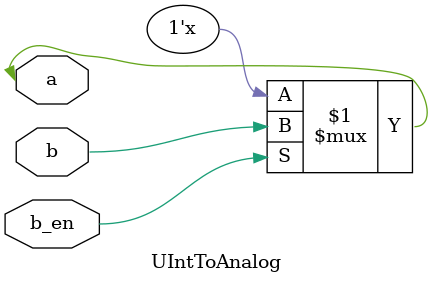
<source format=v>
module UIntToAnalog (a, b, b_en);
  inout [0:0] a;
  input [0:0] b;
  input b_en;
  assign a = b_en ? b : 1'bz;
endmodule

</source>
